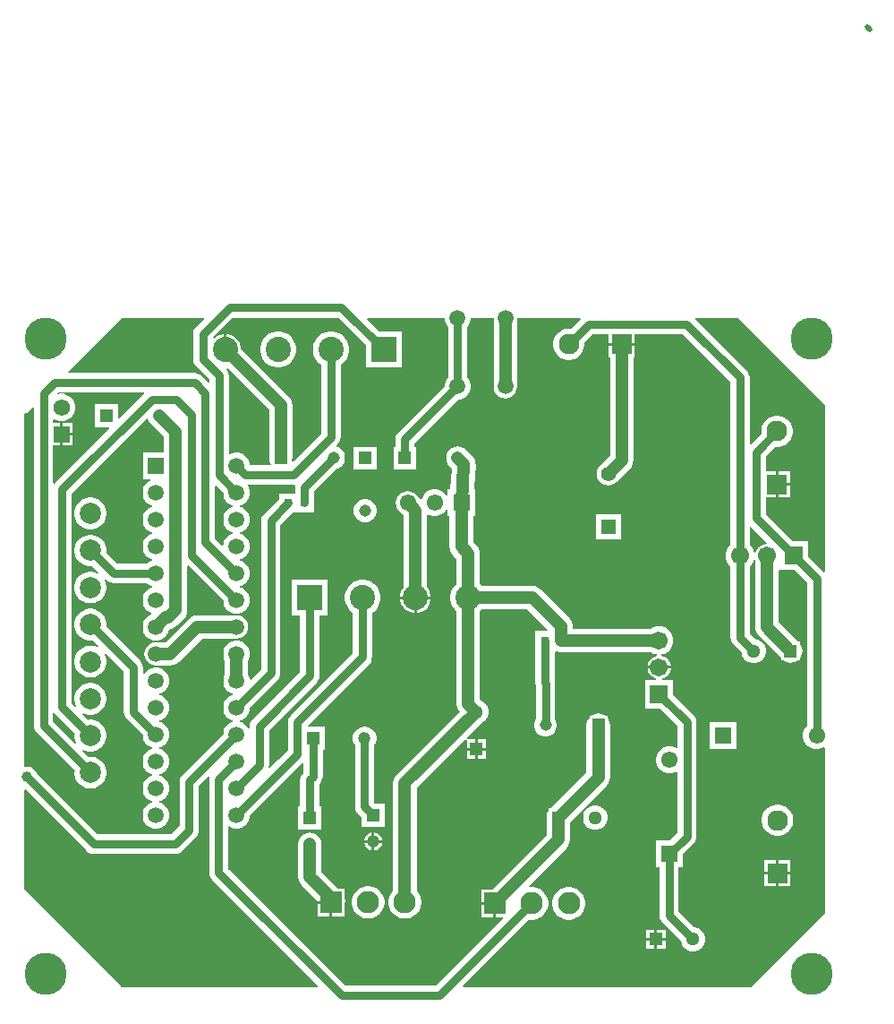
<source format=gtl>
G04*
G04 #@! TF.GenerationSoftware,Altium Limited,Altium Designer,22.4.2 (48)*
G04*
G04 Layer_Physical_Order=1*
G04 Layer_Color=255*
%FSLAX23Y23*%
%MOIN*%
G70*
G04*
G04 #@! TF.SameCoordinates,3F3D87A5-55CA-4D91-88C0-6D81586DF976*
G04*
G04*
G04 #@! TF.FilePolarity,Positive*
G04*
G01*
G75*
%ADD17R,0.031X0.031*%
%ADD18R,0.045X0.045*%
%ADD19C,0.045*%
%ADD20R,0.051X0.051*%
%ADD21C,0.051*%
%ADD22R,0.061X0.061*%
%ADD23C,0.061*%
%ADD30R,0.051X0.051*%
%ADD33R,0.061X0.061*%
%ADD40R,0.055X0.055*%
%ADD41C,0.055*%
%ADD44R,0.045X0.045*%
%ADD46R,0.062X0.062*%
%ADD47C,0.062*%
%ADD48C,0.047*%
%ADD49R,0.047X0.047*%
%ADD52C,0.047*%
%ADD53C,0.031*%
%ADD54C,0.020*%
%ADD55C,0.094*%
%ADD56R,0.094X0.094*%
%ADD57C,0.059*%
%ADD58R,0.059X0.059*%
%ADD59C,0.083*%
%ADD60R,0.083X0.083*%
%ADD61R,0.047X0.047*%
%ADD62R,0.077X0.077*%
%ADD63C,0.077*%
%ADD64C,0.067*%
%ADD65R,0.067X0.067*%
%ADD66R,0.067X0.067*%
%ADD67R,0.077X0.077*%
%ADD68C,0.079*%
%ADD69C,0.157*%
%ADD70C,0.039*%
G36*
X788Y2633D02*
X758Y2603D01*
X752Y2596D01*
X748Y2587D01*
X747Y2578D01*
Y2484D01*
X748Y2475D01*
X752Y2467D01*
X758Y2459D01*
X807Y2410D01*
Y2400D01*
X803Y2398D01*
X778Y2422D01*
X771Y2428D01*
X762Y2431D01*
X753Y2433D01*
X284D01*
X282Y2437D01*
X482Y2638D01*
X786D01*
X788Y2633D01*
D02*
G37*
G36*
X2189D02*
X2153Y2597D01*
X2151Y2597D01*
X2140D01*
X2129Y2595D01*
X2118Y2591D01*
X2109Y2584D01*
X2101Y2576D01*
X2094Y2567D01*
X2090Y2556D01*
X2088Y2545D01*
Y2534D01*
X2090Y2522D01*
X2094Y2512D01*
X2101Y2502D01*
X2109Y2494D01*
X2118Y2488D01*
X2129Y2484D01*
X2140Y2481D01*
X2151D01*
X2163Y2484D01*
X2173Y2488D01*
X2183Y2494D01*
X2191Y2502D01*
X2197Y2512D01*
X2202Y2522D01*
X2204Y2534D01*
Y2545D01*
X2203Y2547D01*
X2235Y2578D01*
X2294D01*
Y2544D01*
X2343D01*
X2391D01*
Y2578D01*
X2570D01*
X2748Y2400D01*
Y1791D01*
X2741Y1785D01*
X2734Y1772D01*
X2731Y1759D01*
Y1745D01*
X2734Y1731D01*
X2741Y1719D01*
X2748Y1713D01*
Y1448D01*
X2749Y1439D01*
X2753Y1431D01*
X2759Y1423D01*
X2789Y1392D01*
Y1392D01*
X2792Y1380D01*
X2798Y1370D01*
X2807Y1361D01*
X2817Y1355D01*
X2829Y1352D01*
X2841D01*
X2852Y1355D01*
X2862Y1361D01*
X2871Y1370D01*
X2877Y1380D01*
X2880Y1392D01*
Y1404D01*
X2877Y1415D01*
X2871Y1425D01*
X2862Y1434D01*
X2852Y1440D01*
X2841Y1443D01*
X2840D01*
X2820Y1463D01*
Y1713D01*
X2826Y1719D01*
X2833Y1731D01*
X2835Y1738D01*
X2840Y1737D01*
Y1486D01*
X2842Y1475D01*
X2846Y1464D01*
X2853Y1455D01*
X2937Y1371D01*
Y1362D01*
X2948D01*
X2951Y1360D01*
X2961Y1355D01*
X2972Y1354D01*
X2984Y1355D01*
X2994Y1360D01*
X2997Y1362D01*
X3008D01*
Y1373D01*
X3010Y1376D01*
X3015Y1386D01*
X3016Y1398D01*
X3015Y1409D01*
X3010Y1419D01*
X3008Y1422D01*
Y1433D01*
X2999D01*
X2928Y1504D01*
Y1695D01*
X2931Y1699D01*
X2986D01*
X3033Y1653D01*
Y1118D01*
X3028Y1113D01*
X3022Y1102D01*
X3018Y1089D01*
Y1076D01*
X3022Y1063D01*
X3028Y1052D01*
X3038Y1043D01*
X3049Y1036D01*
X3062Y1032D01*
X3075D01*
X3088Y1036D01*
X3095Y1040D01*
X3100Y1037D01*
Y423D01*
X2825Y148D01*
X1754D01*
X1752Y152D01*
X1998Y398D01*
X2002Y398D01*
X2014D01*
X2026Y400D01*
X2037Y405D01*
X2047Y411D01*
X2055Y420D01*
X2062Y430D01*
X2067Y441D01*
X2069Y453D01*
Y465D01*
X2067Y476D01*
X2062Y488D01*
X2055Y498D01*
X2047Y506D01*
X2037Y513D01*
X2026Y517D01*
X2014Y520D01*
X2002D01*
X1999Y519D01*
X1997Y524D01*
X2137Y664D01*
X2144Y673D01*
X2148Y684D01*
X2150Y695D01*
Y759D01*
X2287Y896D01*
X2294Y905D01*
X2298Y916D01*
X2300Y927D01*
Y1122D01*
X2298Y1133D01*
X2294Y1144D01*
X2289Y1151D01*
Y1155D01*
X2285D01*
X2278Y1160D01*
X2267Y1164D01*
X2256Y1166D01*
X2245Y1164D01*
X2234Y1160D01*
X2227Y1155D01*
X2223D01*
Y1151D01*
X2218Y1144D01*
X2214Y1133D01*
X2212Y1122D01*
Y945D01*
X2080Y813D01*
X2071D01*
Y802D01*
X2068Y799D01*
X2064Y789D01*
X2063Y778D01*
Y713D01*
X1860Y510D01*
X1819D01*
Y464D01*
X1870D01*
Y459D01*
X1875D01*
Y407D01*
X1899D01*
X1901Y403D01*
X1650Y152D01*
X1314D01*
X878Y588D01*
Y743D01*
X882Y745D01*
X889Y741D01*
X901Y738D01*
X914D01*
X927Y741D01*
X938Y748D01*
X947Y757D01*
X954Y768D01*
X957Y781D01*
Y786D01*
X1153Y982D01*
X1158Y980D01*
Y946D01*
X1156Y944D01*
X1150Y937D01*
X1147Y928D01*
X1145Y919D01*
Y821D01*
X1138D01*
Y734D01*
X1224D01*
Y821D01*
X1217D01*
Y904D01*
X1219Y906D01*
X1224Y913D01*
X1228Y922D01*
X1229Y931D01*
X1229Y931D01*
Y1030D01*
X1237D01*
Y1116D01*
X1176D01*
X1174Y1121D01*
X1403Y1350D01*
X1409Y1358D01*
X1412Y1366D01*
X1414Y1376D01*
X1414Y1376D01*
Y1540D01*
X1421Y1544D01*
X1430Y1554D01*
X1437Y1565D01*
X1442Y1577D01*
X1445Y1590D01*
Y1603D01*
X1442Y1616D01*
X1437Y1628D01*
X1430Y1639D01*
X1421Y1648D01*
X1410Y1656D01*
X1397Y1661D01*
X1385Y1663D01*
X1371D01*
X1358Y1661D01*
X1346Y1656D01*
X1335Y1648D01*
X1326Y1639D01*
X1319Y1628D01*
X1314Y1616D01*
X1311Y1603D01*
Y1590D01*
X1314Y1577D01*
X1319Y1565D01*
X1326Y1554D01*
X1335Y1544D01*
X1342Y1540D01*
Y1390D01*
X1109Y1157D01*
X1103Y1150D01*
X1100Y1141D01*
X1099Y1132D01*
Y1028D01*
X1032Y962D01*
X1028Y964D01*
X1029Y972D01*
X1029Y972D01*
Y1102D01*
X1206Y1279D01*
X1212Y1287D01*
X1216Y1295D01*
X1217Y1305D01*
Y1530D01*
X1248D01*
Y1663D01*
X1114D01*
Y1530D01*
X1145D01*
Y1319D01*
X968Y1142D01*
X962Y1134D01*
X958Y1126D01*
X957Y1116D01*
Y1110D01*
X952Y1109D01*
X947Y1117D01*
X938Y1126D01*
X927Y1133D01*
X921Y1134D01*
Y1140D01*
X927Y1141D01*
X938Y1148D01*
X947Y1157D01*
X954Y1168D01*
X957Y1181D01*
Y1186D01*
X1061Y1290D01*
X1067Y1297D01*
X1070Y1306D01*
X1072Y1315D01*
Y1868D01*
X1117Y1913D01*
X1159D01*
X1161Y1913D01*
X1164Y1913D01*
X1197D01*
Y1946D01*
X1197Y1949D01*
Y1993D01*
X1279Y2075D01*
X1286Y2077D01*
X1296Y2082D01*
X1304Y2090D01*
X1309Y2100D01*
X1312Y2111D01*
Y2122D01*
X1309Y2132D01*
X1304Y2142D01*
X1296Y2150D01*
X1286Y2156D01*
X1281Y2157D01*
X1279Y2162D01*
X1285Y2168D01*
X1291Y2175D01*
X1294Y2184D01*
X1296Y2193D01*
Y2463D01*
X1303Y2468D01*
X1312Y2477D01*
X1319Y2488D01*
X1324Y2500D01*
X1327Y2513D01*
Y2526D01*
X1324Y2539D01*
X1319Y2551D01*
X1312Y2562D01*
X1303Y2572D01*
X1292Y2579D01*
X1279Y2584D01*
X1266Y2587D01*
X1253D01*
X1240Y2584D01*
X1228Y2579D01*
X1217Y2572D01*
X1208Y2562D01*
X1201Y2551D01*
X1195Y2539D01*
X1193Y2526D01*
Y2513D01*
X1195Y2500D01*
X1201Y2488D01*
X1208Y2477D01*
X1217Y2468D01*
X1224Y2463D01*
Y2208D01*
X1120Y2103D01*
X1118Y2104D01*
X1115Y2106D01*
X1117Y2116D01*
Y2313D01*
X1115Y2324D01*
X1111Y2335D01*
X1104Y2344D01*
X923Y2524D01*
Y2527D01*
X919Y2542D01*
X912Y2555D01*
X901Y2565D01*
X888Y2573D01*
X874Y2577D01*
X871D01*
Y2520D01*
X861D01*
Y2577D01*
X859D01*
X844Y2573D01*
X831Y2565D01*
X826Y2561D01*
X821Y2562D01*
X820Y2565D01*
X893Y2638D01*
X1288D01*
X1390Y2536D01*
Y2453D01*
X1524D01*
Y2587D01*
X1440D01*
X1394Y2633D01*
X1396Y2638D01*
X1683D01*
Y2631D01*
X1686Y2619D01*
X1693Y2608D01*
X1697Y2604D01*
Y2416D01*
X1693Y2412D01*
X1686Y2401D01*
X1683Y2388D01*
Y2383D01*
X1510Y2210D01*
X1504Y2203D01*
X1501Y2194D01*
X1500Y2185D01*
Y2158D01*
X1493D01*
Y2074D01*
X1578D01*
Y2158D01*
X1571D01*
Y2170D01*
X1734Y2333D01*
X1739D01*
X1751Y2336D01*
X1763Y2343D01*
X1772Y2352D01*
X1778Y2363D01*
X1781Y2375D01*
Y2388D01*
X1778Y2401D01*
X1772Y2412D01*
X1768Y2416D01*
Y2604D01*
X1772Y2608D01*
X1778Y2619D01*
X1781Y2631D01*
Y2638D01*
X1866D01*
X1866Y2638D01*
Y2382D01*
X1867Y2371D01*
X1872Y2360D01*
X1879Y2351D01*
X1888Y2344D01*
X1898Y2340D01*
X1909Y2338D01*
X1921Y2340D01*
X1931Y2344D01*
X1940Y2351D01*
X1947Y2360D01*
X1952Y2371D01*
X1953Y2382D01*
Y2638D01*
X1953Y2638D01*
X2187D01*
X2189Y2633D01*
D02*
G37*
G36*
X153Y2302D02*
Y1120D01*
X154Y1111D01*
X158Y1102D01*
X164Y1095D01*
X306Y953D01*
X305Y951D01*
Y939D01*
X307Y928D01*
X312Y917D01*
X318Y907D01*
X327Y899D01*
X336Y893D01*
X347Y888D01*
X358Y886D01*
X370D01*
X381Y888D01*
X392Y893D01*
X402Y899D01*
X410Y907D01*
X417Y917D01*
X421Y928D01*
X423Y939D01*
Y951D01*
X421Y962D01*
X417Y973D01*
X410Y983D01*
X402Y991D01*
X392Y997D01*
X381Y1002D01*
X370Y1004D01*
X358D01*
X356Y1003D01*
X333Y1026D01*
X336Y1030D01*
X347Y1026D01*
X358Y1024D01*
X370D01*
X381Y1026D01*
X392Y1030D01*
X402Y1037D01*
X410Y1045D01*
X417Y1055D01*
X421Y1065D01*
X423Y1077D01*
Y1088D01*
X421Y1100D01*
X417Y1111D01*
X410Y1120D01*
X402Y1129D01*
X392Y1135D01*
X381Y1139D01*
X370Y1142D01*
X358D01*
X356Y1141D01*
X333Y1164D01*
X336Y1168D01*
X347Y1164D01*
X358Y1161D01*
X370D01*
X381Y1164D01*
X392Y1168D01*
X402Y1175D01*
X410Y1183D01*
X417Y1192D01*
X421Y1203D01*
X423Y1215D01*
Y1226D01*
X421Y1238D01*
X417Y1248D01*
X410Y1258D01*
X402Y1266D01*
X392Y1273D01*
X381Y1277D01*
X370Y1280D01*
X358D01*
X347Y1277D01*
X336Y1273D01*
X327Y1266D01*
X318Y1258D01*
X312Y1248D01*
X307Y1238D01*
X305Y1226D01*
Y1215D01*
X307Y1203D01*
X312Y1192D01*
X308Y1190D01*
X294Y1204D01*
Y1984D01*
X573Y2264D01*
X578Y2262D01*
X582Y2252D01*
X589Y2243D01*
X637Y2195D01*
Y2136D01*
X559D01*
Y2038D01*
X588D01*
X589Y2033D01*
X578Y2026D01*
X568Y2017D01*
X562Y2006D01*
X559Y1993D01*
Y1981D01*
X562Y1968D01*
X568Y1957D01*
X578Y1948D01*
X589Y1941D01*
X595Y1940D01*
Y1934D01*
X589Y1933D01*
X578Y1926D01*
X568Y1917D01*
X562Y1906D01*
X559Y1893D01*
Y1881D01*
X562Y1868D01*
X568Y1857D01*
X578Y1848D01*
X589Y1841D01*
X595Y1840D01*
Y1834D01*
X589Y1833D01*
X578Y1826D01*
X568Y1817D01*
X562Y1806D01*
X559Y1793D01*
Y1781D01*
X562Y1768D01*
X568Y1757D01*
X578Y1748D01*
X589Y1741D01*
X595Y1740D01*
Y1734D01*
X589Y1733D01*
X578Y1726D01*
X574Y1723D01*
X464D01*
X423Y1764D01*
X423Y1766D01*
Y1777D01*
X421Y1789D01*
X417Y1800D01*
X410Y1809D01*
X402Y1818D01*
X392Y1824D01*
X381Y1828D01*
X370Y1831D01*
X358D01*
X347Y1828D01*
X336Y1824D01*
X327Y1818D01*
X318Y1809D01*
X312Y1800D01*
X307Y1789D01*
X305Y1777D01*
Y1766D01*
X307Y1754D01*
X312Y1744D01*
X318Y1734D01*
X327Y1726D01*
X336Y1719D01*
X347Y1715D01*
X358Y1713D01*
X370D01*
X372Y1713D01*
X395Y1690D01*
X392Y1686D01*
X381Y1691D01*
X370Y1693D01*
X358D01*
X347Y1691D01*
X336Y1686D01*
X327Y1680D01*
X318Y1672D01*
X312Y1662D01*
X307Y1651D01*
X305Y1640D01*
Y1628D01*
X307Y1617D01*
X312Y1606D01*
X318Y1596D01*
X327Y1588D01*
X336Y1582D01*
X347Y1577D01*
X358Y1575D01*
X370D01*
X381Y1577D01*
X392Y1582D01*
X402Y1588D01*
X410Y1596D01*
X417Y1606D01*
X421Y1617D01*
X423Y1628D01*
Y1640D01*
X421Y1651D01*
X417Y1662D01*
X421Y1665D01*
X424Y1662D01*
X431Y1656D01*
X440Y1652D01*
X449Y1651D01*
X574D01*
X578Y1648D01*
X589Y1641D01*
X595Y1640D01*
Y1634D01*
X589Y1633D01*
X578Y1626D01*
X568Y1617D01*
X562Y1606D01*
X559Y1593D01*
Y1581D01*
X562Y1568D01*
X568Y1557D01*
X578Y1548D01*
X589Y1541D01*
X589Y1541D01*
X591Y1535D01*
X590Y1533D01*
X589Y1533D01*
X578Y1526D01*
X568Y1517D01*
X562Y1506D01*
X559Y1493D01*
Y1481D01*
X562Y1468D01*
X568Y1457D01*
X578Y1448D01*
X589Y1441D01*
X601Y1438D01*
X614D01*
X627Y1441D01*
X638Y1448D01*
X647Y1457D01*
X654Y1468D01*
X655Y1472D01*
X663Y1480D01*
X666Y1481D01*
X677Y1485D01*
X686Y1492D01*
X712Y1518D01*
X719Y1527D01*
X723Y1538D01*
X725Y1549D01*
Y1713D01*
X729Y1715D01*
X859Y1586D01*
Y1581D01*
X862Y1568D01*
X868Y1557D01*
X878Y1548D01*
X889Y1541D01*
X901Y1538D01*
X914D01*
X927Y1541D01*
X938Y1548D01*
X947Y1557D01*
X954Y1568D01*
X957Y1581D01*
Y1593D01*
X954Y1606D01*
X947Y1617D01*
X938Y1626D01*
X927Y1633D01*
X921Y1634D01*
Y1640D01*
X927Y1641D01*
X938Y1648D01*
X947Y1657D01*
X954Y1668D01*
X957Y1681D01*
Y1693D01*
X954Y1706D01*
X947Y1717D01*
X938Y1726D01*
X927Y1733D01*
X921Y1734D01*
Y1740D01*
X927Y1741D01*
X938Y1748D01*
X947Y1757D01*
X954Y1768D01*
X957Y1781D01*
Y1793D01*
X954Y1806D01*
X947Y1817D01*
X938Y1826D01*
X927Y1833D01*
X921Y1834D01*
Y1840D01*
X927Y1841D01*
X938Y1848D01*
X947Y1857D01*
X954Y1868D01*
X957Y1881D01*
Y1893D01*
X954Y1906D01*
X947Y1917D01*
X938Y1926D01*
X927Y1933D01*
X921Y1934D01*
Y1940D01*
X927Y1941D01*
X938Y1948D01*
X947Y1957D01*
X954Y1968D01*
X957Y1981D01*
Y1993D01*
X954Y2006D01*
X950Y2013D01*
X952Y2017D01*
X1120D01*
X1122Y2017D01*
X1126Y2013D01*
X1126Y2008D01*
Y1984D01*
X1105D01*
X1102Y1985D01*
X1100Y1984D01*
X1067D01*
Y1964D01*
X1011Y1908D01*
X1005Y1900D01*
X1001Y1892D01*
X1000Y1882D01*
Y1330D01*
X962Y1291D01*
X959Y1292D01*
X957Y1294D01*
X954Y1306D01*
X952Y1310D01*
Y1364D01*
X954Y1368D01*
X957Y1381D01*
Y1393D01*
X954Y1406D01*
X947Y1417D01*
X938Y1426D01*
X927Y1433D01*
X914Y1436D01*
X901D01*
X889Y1433D01*
X878Y1426D01*
X868Y1417D01*
X862Y1406D01*
X859Y1393D01*
Y1381D01*
X862Y1368D01*
X864Y1364D01*
Y1310D01*
X862Y1306D01*
X859Y1293D01*
Y1281D01*
X862Y1268D01*
X868Y1257D01*
X878Y1248D01*
X889Y1241D01*
X895Y1240D01*
Y1234D01*
X889Y1233D01*
X878Y1226D01*
X868Y1217D01*
X862Y1206D01*
X859Y1193D01*
Y1181D01*
X862Y1168D01*
X868Y1157D01*
X878Y1148D01*
X889Y1141D01*
X895Y1140D01*
Y1134D01*
X889Y1133D01*
X878Y1126D01*
X868Y1117D01*
X862Y1106D01*
X859Y1093D01*
Y1088D01*
X707Y936D01*
X701Y929D01*
X697Y920D01*
X696Y911D01*
Y746D01*
X665Y715D01*
X391D01*
X163Y942D01*
X163Y944D01*
X157Y953D01*
X150Y960D01*
X141Y966D01*
X131Y968D01*
X121D01*
X118Y970D01*
Y2280D01*
X122Y2283D01*
X128Y2283D01*
X149Y2304D01*
X153Y2302D01*
D02*
G37*
G36*
X565Y2356D02*
X470Y2262D01*
X466Y2264D01*
Y2316D01*
X381D01*
Y2231D01*
X433D01*
X435Y2227D01*
X233Y2024D01*
X230Y2020D01*
X225Y2022D01*
Y2163D01*
X251D01*
Y2204D01*
Y2245D01*
X225D01*
Y2258D01*
X230Y2261D01*
X236Y2257D01*
X249Y2253D01*
X263D01*
X275Y2257D01*
X287Y2263D01*
X296Y2273D01*
X303Y2284D01*
X306Y2297D01*
Y2311D01*
X303Y2323D01*
X296Y2335D01*
X287Y2344D01*
X275Y2351D01*
X263Y2355D01*
X249D01*
X244Y2353D01*
X241Y2357D01*
X245Y2361D01*
X563D01*
X565Y2356D01*
D02*
G37*
G36*
X3100Y2313D02*
Y1692D01*
X3095Y1690D01*
X3094Y1693D01*
X3037Y1749D01*
Y1805D01*
X2981D01*
X2879Y1908D01*
Y1969D01*
X2916D01*
Y2018D01*
Y2066D01*
X2879D01*
Y2121D01*
X2914Y2157D01*
X2916Y2156D01*
X2927D01*
X2938Y2159D01*
X2949Y2163D01*
X2958Y2169D01*
X2966Y2178D01*
X2973Y2187D01*
X2977Y2198D01*
X2979Y2209D01*
Y2220D01*
X2977Y2232D01*
X2973Y2242D01*
X2966Y2252D01*
X2958Y2260D01*
X2949Y2266D01*
X2938Y2270D01*
X2927Y2273D01*
X2916D01*
X2904Y2270D01*
X2894Y2266D01*
X2884Y2260D01*
X2876Y2252D01*
X2870Y2242D01*
X2865Y2232D01*
X2863Y2220D01*
Y2209D01*
X2863Y2207D01*
X2824Y2168D01*
X2820Y2170D01*
Y2415D01*
X2818Y2424D01*
X2815Y2433D01*
X2809Y2440D01*
X2616Y2633D01*
X2618Y2638D01*
X2776D01*
X3100Y2313D01*
D02*
G37*
G36*
X1029Y2295D02*
Y2116D01*
X1031Y2105D01*
X1035Y2094D01*
X1036Y2093D01*
X1034Y2089D01*
X957D01*
Y2093D01*
X954Y2106D01*
X947Y2117D01*
X938Y2126D01*
X927Y2133D01*
X914Y2136D01*
X901D01*
X889Y2133D01*
X883Y2129D01*
X879Y2132D01*
Y2424D01*
X879Y2424D01*
X877Y2434D01*
X874Y2442D01*
X871Y2446D01*
X875Y2449D01*
X1029Y2295D01*
D02*
G37*
G36*
X859Y1986D02*
Y1981D01*
X862Y1968D01*
X868Y1957D01*
X878Y1948D01*
X889Y1941D01*
X895Y1940D01*
Y1934D01*
X889Y1933D01*
X878Y1926D01*
X868Y1917D01*
X862Y1906D01*
X859Y1893D01*
Y1881D01*
X862Y1868D01*
X868Y1857D01*
X878Y1848D01*
X889Y1841D01*
X895Y1840D01*
Y1834D01*
X889Y1833D01*
X878Y1826D01*
X868Y1817D01*
X862Y1806D01*
X859Y1794D01*
X856Y1792D01*
X854Y1791D01*
X827Y1818D01*
Y2010D01*
X832Y2012D01*
X859Y1986D01*
D02*
G37*
G36*
X2885Y1801D02*
X2884Y1798D01*
X2883Y1795D01*
X2882Y1795D01*
X2878D01*
X2874Y1794D01*
X2873Y1794D01*
X2871Y1794D01*
X2867Y1792D01*
X2864Y1790D01*
X2862Y1790D01*
X2861Y1789D01*
X2857Y1787D01*
X2854Y1784D01*
X2853Y1783D01*
X2852Y1782D01*
X2849Y1779D01*
X2847Y1775D01*
X2846Y1774D01*
X2845Y1772D01*
X2843Y1769D01*
X2842Y1765D01*
X2842Y1763D01*
X2841Y1762D01*
X2836Y1762D01*
X2833Y1772D01*
X2826Y1785D01*
X2820Y1791D01*
Y1859D01*
X2824Y1861D01*
X2885Y1801D01*
D02*
G37*
G36*
X233Y1164D02*
X306Y1091D01*
X305Y1088D01*
Y1077D01*
X307Y1065D01*
X312Y1055D01*
X308Y1052D01*
X225Y1135D01*
Y1166D01*
X230Y1168D01*
X233Y1164D01*
D02*
G37*
G36*
X807Y929D02*
X806Y921D01*
Y573D01*
X807Y564D01*
X811Y555D01*
X817Y548D01*
X1212Y152D01*
X1210Y148D01*
X482D01*
X118Y512D01*
Y880D01*
X123Y882D01*
X351Y654D01*
X358Y648D01*
X367Y644D01*
X376Y643D01*
X680D01*
X689Y644D01*
X698Y648D01*
X705Y654D01*
X757Y706D01*
X763Y713D01*
X766Y722D01*
X768Y731D01*
Y896D01*
X803Y931D01*
X807Y929D01*
D02*
G37*
%LPC*%
G36*
X1070Y2587D02*
X1056D01*
X1043Y2584D01*
X1031Y2579D01*
X1020Y2572D01*
X1011Y2562D01*
X1004Y2551D01*
X999Y2539D01*
X996Y2526D01*
Y2513D01*
X999Y2500D01*
X1004Y2488D01*
X1011Y2477D01*
X1020Y2468D01*
X1031Y2460D01*
X1043Y2455D01*
X1056Y2453D01*
X1070D01*
X1083Y2455D01*
X1095Y2460D01*
X1106Y2468D01*
X1115Y2477D01*
X1122Y2488D01*
X1127Y2500D01*
X1130Y2513D01*
Y2526D01*
X1127Y2539D01*
X1122Y2551D01*
X1115Y2562D01*
X1106Y2572D01*
X1095Y2579D01*
X1083Y2584D01*
X1070Y2587D01*
D02*
G37*
G36*
X1430Y2158D02*
X1345D01*
Y2074D01*
X1430D01*
Y2158D01*
D02*
G37*
G36*
X2391Y2534D02*
X2343D01*
X2294D01*
Y2491D01*
X2299D01*
Y2124D01*
X2262Y2088D01*
X2255Y2079D01*
X2251Y2068D01*
X2250Y2057D01*
X2251Y2046D01*
X2255Y2035D01*
X2262Y2026D01*
X2271Y2019D01*
X2282Y2015D01*
X2293Y2013D01*
X2305Y2015D01*
X2315Y2019D01*
X2324Y2026D01*
X2373Y2075D01*
X2380Y2084D01*
X2385Y2095D01*
X2386Y2106D01*
Y2491D01*
X2391D01*
Y2534D01*
D02*
G37*
G36*
X1732Y2160D02*
X1721Y2158D01*
X1710Y2154D01*
X1701Y2147D01*
X1694Y2138D01*
X1690Y2127D01*
X1689Y2116D01*
X1690Y2105D01*
X1694Y2094D01*
X1701Y2085D01*
X1710Y2076D01*
X1705Y1999D01*
X1695D01*
Y1973D01*
X1690Y1972D01*
X1686Y1980D01*
X1676Y1989D01*
X1665Y1996D01*
X1652Y1999D01*
X1639D01*
X1626Y1996D01*
X1615Y1989D01*
X1606Y1980D01*
X1599Y1968D01*
X1598Y1964D01*
X1593Y1963D01*
X1577Y1980D01*
X1568Y1987D01*
X1557Y1991D01*
X1546Y1992D01*
X1534Y1991D01*
X1524Y1987D01*
X1515Y1980D01*
X1508Y1971D01*
X1503Y1960D01*
X1502Y1949D01*
X1503Y1938D01*
X1508Y1927D01*
X1515Y1918D01*
X1531Y1902D01*
Y1634D01*
X1529Y1632D01*
X1521Y1619D01*
X1518Y1604D01*
Y1601D01*
X1632D01*
Y1604D01*
X1628Y1619D01*
X1621Y1632D01*
X1618Y1634D01*
Y1902D01*
X1623Y1904D01*
X1626Y1902D01*
X1639Y1899D01*
X1652D01*
X1665Y1902D01*
X1676Y1909D01*
X1686Y1918D01*
X1690Y1926D01*
X1695Y1925D01*
Y1899D01*
X1702D01*
Y1785D01*
X1703Y1774D01*
X1708Y1763D01*
X1715Y1754D01*
X1728Y1741D01*
Y1647D01*
X1720Y1639D01*
X1712Y1628D01*
X1707Y1616D01*
X1705Y1603D01*
Y1590D01*
X1707Y1577D01*
X1712Y1565D01*
X1720Y1554D01*
X1728Y1545D01*
Y1201D01*
X1729Y1189D01*
X1734Y1179D01*
X1740Y1171D01*
X1505Y936D01*
X1498Y927D01*
X1493Y917D01*
X1492Y906D01*
Y505D01*
X1488Y501D01*
X1481Y492D01*
X1477Y480D01*
X1474Y469D01*
Y457D01*
X1477Y445D01*
X1481Y434D01*
X1488Y424D01*
X1497Y415D01*
X1507Y409D01*
X1518Y404D01*
X1529Y402D01*
X1541D01*
X1553Y404D01*
X1564Y409D01*
X1574Y415D01*
X1583Y424D01*
X1590Y434D01*
X1594Y445D01*
X1596Y457D01*
Y469D01*
X1594Y480D01*
X1590Y492D01*
X1583Y501D01*
X1579Y505D01*
Y887D01*
X1761Y1069D01*
X1766Y1067D01*
X1766Y1065D01*
Y1038D01*
X1796D01*
Y1069D01*
X1770D01*
X1768Y1069D01*
X1766Y1074D01*
X1824Y1132D01*
X1829Y1135D01*
X1837Y1143D01*
X1843Y1154D01*
X1846Y1165D01*
Y1177D01*
X1843Y1189D01*
X1837Y1199D01*
X1829Y1207D01*
X1824Y1211D01*
X1815Y1219D01*
Y1545D01*
X1823Y1553D01*
X1992D01*
X2068Y1477D01*
X2066Y1472D01*
X2059D01*
X2057Y1473D01*
X2055Y1472D01*
X2022D01*
Y1439D01*
X2021Y1437D01*
Y1280D01*
X2023Y1271D01*
X2023Y1269D01*
Y1145D01*
X2020Y1138D01*
X2017Y1128D01*
Y1116D01*
X2020Y1106D01*
X2025Y1096D01*
X2033Y1088D01*
X2043Y1083D01*
X2053Y1080D01*
X2065D01*
X2075Y1083D01*
X2085Y1088D01*
X2093Y1096D01*
X2098Y1106D01*
X2101Y1116D01*
Y1128D01*
X2098Y1138D01*
X2095Y1145D01*
Y1278D01*
X2095Y1278D01*
X2094Y1287D01*
X2093Y1289D01*
Y1394D01*
X2098Y1398D01*
X2105Y1395D01*
X2105Y1395D01*
X2105Y1395D01*
X2110Y1394D01*
X2116Y1393D01*
X2116Y1393D01*
X2116Y1393D01*
X2452D01*
X2462Y1387D01*
X2473Y1385D01*
Y1379D01*
X2466Y1378D01*
X2456Y1372D01*
X2448Y1364D01*
X2442Y1354D01*
X2439Y1343D01*
Y1342D01*
X2482D01*
X2526D01*
Y1343D01*
X2523Y1354D01*
X2517Y1364D01*
X2509Y1372D01*
X2499Y1378D01*
X2492Y1379D01*
Y1385D01*
X2503Y1387D01*
X2515Y1394D01*
X2525Y1404D01*
X2532Y1416D01*
X2535Y1430D01*
Y1444D01*
X2532Y1458D01*
X2525Y1470D01*
X2515Y1480D01*
X2503Y1487D01*
X2489Y1490D01*
X2475D01*
X2462Y1487D01*
X2452Y1481D01*
X2163D01*
X2160Y1484D01*
X2160Y1491D01*
X2160Y1491D01*
X2160Y1491D01*
X2159Y1495D01*
X2158Y1502D01*
X2158Y1502D01*
X2158Y1502D01*
X2156Y1508D01*
X2154Y1513D01*
X2154Y1513D01*
X2154Y1513D01*
X2150Y1517D01*
X2147Y1522D01*
X2147Y1522D01*
X2147Y1522D01*
X2041Y1627D01*
X2032Y1634D01*
X2022Y1639D01*
X2010Y1640D01*
X1823D01*
X1815Y1647D01*
Y1759D01*
X1814Y1770D01*
X1809Y1781D01*
X1803Y1790D01*
X1789Y1803D01*
Y1899D01*
X1796D01*
Y1999D01*
X1796D01*
X1793Y2002D01*
X1799Y2090D01*
X1799Y2092D01*
X1799Y2093D01*
X1798Y2097D01*
X1798Y2102D01*
X1798Y2103D01*
X1797Y2104D01*
X1796Y2108D01*
X1794Y2112D01*
X1794Y2114D01*
X1793Y2115D01*
X1791Y2118D01*
X1788Y2122D01*
X1787Y2123D01*
X1786Y2124D01*
X1763Y2147D01*
X1754Y2154D01*
X1744Y2158D01*
X1732Y2160D01*
D02*
G37*
G36*
X1393Y1962D02*
X1382D01*
X1371Y1959D01*
X1362Y1953D01*
X1354Y1945D01*
X1348Y1936D01*
X1345Y1925D01*
Y1914D01*
X1348Y1903D01*
X1354Y1893D01*
X1362Y1885D01*
X1371Y1880D01*
X1382Y1877D01*
X1393D01*
X1404Y1880D01*
X1414Y1885D01*
X1422Y1893D01*
X1427Y1903D01*
X1430Y1914D01*
Y1925D01*
X1427Y1936D01*
X1422Y1945D01*
X1414Y1953D01*
X1404Y1959D01*
X1393Y1962D01*
D02*
G37*
G36*
X2341Y1907D02*
X2246D01*
Y1813D01*
X2341D01*
Y1907D01*
D02*
G37*
G36*
X1632Y1591D02*
X1580D01*
Y1539D01*
X1582D01*
X1597Y1543D01*
X1610Y1551D01*
X1621Y1561D01*
X1628Y1574D01*
X1632Y1589D01*
Y1591D01*
D02*
G37*
G36*
X1570D02*
X1518D01*
Y1589D01*
X1521Y1574D01*
X1529Y1561D01*
X1540Y1551D01*
X1553Y1543D01*
X1567Y1539D01*
X1570D01*
Y1591D01*
D02*
G37*
G36*
X1806Y1069D02*
Y1038D01*
X1837D01*
Y1069D01*
X1806D01*
D02*
G37*
G36*
X2526Y1332D02*
X2482D01*
X2439D01*
Y1331D01*
X2442Y1320D01*
X2448Y1310D01*
X2456Y1302D01*
X2466Y1297D01*
X2471Y1295D01*
X2470Y1290D01*
X2429D01*
Y1184D01*
X2485D01*
X2550Y1119D01*
Y1037D01*
X2546Y1035D01*
X2539Y1039D01*
X2526Y1042D01*
X2513D01*
X2500Y1039D01*
X2489Y1032D01*
X2480Y1023D01*
X2473Y1011D01*
X2469Y998D01*
Y985D01*
X2473Y972D01*
X2480Y961D01*
X2489Y952D01*
X2500Y945D01*
X2513Y942D01*
X2526D01*
X2539Y945D01*
X2546Y949D01*
X2550Y946D01*
Y723D01*
X2519Y692D01*
X2469D01*
Y592D01*
X2484D01*
Y413D01*
X2485Y404D01*
X2489Y396D01*
X2494Y388D01*
X2563Y320D01*
Y319D01*
X2566Y307D01*
X2572Y297D01*
X2580Y289D01*
X2591Y283D01*
X2602Y280D01*
X2614D01*
X2626Y283D01*
X2636Y289D01*
X2644Y297D01*
X2650Y307D01*
X2654Y319D01*
Y331D01*
X2650Y342D01*
X2644Y353D01*
X2636Y361D01*
X2626Y367D01*
X2614Y370D01*
X2614D01*
X2555Y428D01*
Y592D01*
X2570D01*
Y642D01*
X2611Y683D01*
X2611Y683D01*
X2617Y690D01*
X2620Y699D01*
X2622Y708D01*
Y1133D01*
X2622Y1133D01*
X2620Y1143D01*
X2617Y1151D01*
X2611Y1159D01*
X2535Y1234D01*
Y1290D01*
X2495D01*
X2494Y1295D01*
X2499Y1297D01*
X2509Y1302D01*
X2517Y1310D01*
X2523Y1320D01*
X2526Y1331D01*
Y1332D01*
D02*
G37*
G36*
X2769Y1133D02*
X2669D01*
Y1032D01*
X2769D01*
Y1133D01*
D02*
G37*
G36*
X1837Y1028D02*
X1806D01*
Y998D01*
X1837D01*
Y1028D01*
D02*
G37*
G36*
X1796D02*
X1766D01*
Y998D01*
X1796D01*
Y1028D01*
D02*
G37*
G36*
X1391Y1116D02*
X1380D01*
X1369Y1113D01*
X1359Y1107D01*
X1351Y1099D01*
X1345Y1090D01*
X1342Y1079D01*
Y1067D01*
X1345Y1056D01*
X1350Y1048D01*
Y819D01*
X1351Y810D01*
X1354Y801D01*
X1360Y794D01*
X1374Y780D01*
Y744D01*
X1461D01*
Y831D01*
X1425D01*
X1421Y834D01*
Y1048D01*
X1426Y1056D01*
X1429Y1067D01*
Y1079D01*
X1426Y1090D01*
X1420Y1099D01*
X1412Y1107D01*
X1402Y1113D01*
X1391Y1116D01*
D02*
G37*
G36*
X2250Y823D02*
X2238D01*
X2227Y820D01*
X2216Y814D01*
X2208Y805D01*
X2202Y795D01*
X2199Y784D01*
Y772D01*
X2202Y760D01*
X2208Y750D01*
X2216Y741D01*
X2227Y735D01*
X2238Y732D01*
X2250D01*
X2262Y735D01*
X2272Y741D01*
X2280Y750D01*
X2286Y760D01*
X2289Y772D01*
Y784D01*
X2286Y795D01*
X2280Y805D01*
X2272Y814D01*
X2262Y820D01*
X2250Y823D01*
D02*
G37*
G36*
X2929Y826D02*
X2918D01*
X2906Y824D01*
X2896Y819D01*
X2886Y813D01*
X2878Y805D01*
X2872Y795D01*
X2867Y785D01*
X2865Y773D01*
Y762D01*
X2867Y751D01*
X2872Y740D01*
X2878Y731D01*
X2886Y723D01*
X2896Y716D01*
X2906Y712D01*
X2918Y710D01*
X2929D01*
X2940Y712D01*
X2951Y716D01*
X2960Y723D01*
X2968Y731D01*
X2975Y740D01*
X2979Y751D01*
X2981Y762D01*
Y773D01*
X2979Y785D01*
X2975Y795D01*
X2968Y805D01*
X2960Y813D01*
X2951Y819D01*
X2940Y824D01*
X2929Y826D01*
D02*
G37*
G36*
X1422Y722D02*
Y694D01*
X1451D01*
X1449Y702D01*
X1444Y710D01*
X1438Y716D01*
X1430Y720D01*
X1422Y722D01*
D02*
G37*
G36*
X1412D02*
X1404Y720D01*
X1397Y716D01*
X1390Y710D01*
X1386Y702D01*
X1384Y694D01*
X1412D01*
Y722D01*
D02*
G37*
G36*
X1451Y684D02*
X1422D01*
Y656D01*
X1430Y658D01*
X1438Y662D01*
X1444Y668D01*
X1449Y676D01*
X1451Y684D01*
D02*
G37*
G36*
X1412D02*
X1384D01*
X1386Y676D01*
X1390Y668D01*
X1397Y662D01*
X1404Y658D01*
X1412Y656D01*
Y684D01*
D02*
G37*
G36*
X2972Y619D02*
X2928D01*
Y576D01*
X2972D01*
Y619D01*
D02*
G37*
G36*
X2918D02*
X2875D01*
Y576D01*
X2918D01*
Y619D01*
D02*
G37*
G36*
X2972Y566D02*
X2928D01*
Y522D01*
X2972D01*
Y566D01*
D02*
G37*
G36*
X2918D02*
X2875D01*
Y522D01*
X2918D01*
Y566D01*
D02*
G37*
G36*
X1181Y723D02*
X1170Y721D01*
X1159Y717D01*
X1150Y710D01*
X1143Y701D01*
X1139Y690D01*
X1137Y679D01*
Y557D01*
X1139Y546D01*
X1143Y535D01*
X1150Y526D01*
X1209Y468D01*
Y468D01*
X1260D01*
Y463D01*
X1265D01*
Y411D01*
X1311D01*
Y456D01*
X1312Y457D01*
X1313Y469D01*
X1312Y480D01*
X1311Y481D01*
Y514D01*
X1286D01*
X1225Y575D01*
Y679D01*
X1223Y690D01*
X1219Y701D01*
X1212Y710D01*
X1203Y717D01*
X1192Y721D01*
X1181Y723D01*
D02*
G37*
G36*
X1255Y458D02*
X1209D01*
Y411D01*
X1255D01*
Y458D01*
D02*
G37*
G36*
X1865Y454D02*
X1819D01*
Y407D01*
X1865D01*
Y454D01*
D02*
G37*
G36*
X1404Y524D02*
X1392D01*
X1380Y521D01*
X1369Y517D01*
X1359Y510D01*
X1350Y501D01*
X1344Y492D01*
X1339Y480D01*
X1337Y469D01*
Y457D01*
X1339Y445D01*
X1344Y434D01*
X1350Y424D01*
X1359Y415D01*
X1369Y409D01*
X1380Y404D01*
X1392Y402D01*
X1404D01*
X1415Y404D01*
X1427Y409D01*
X1437Y415D01*
X1445Y424D01*
X1452Y434D01*
X1456Y445D01*
X1459Y457D01*
Y469D01*
X1456Y480D01*
X1452Y492D01*
X1445Y501D01*
X1437Y510D01*
X1427Y517D01*
X1415Y521D01*
X1404Y524D01*
D02*
G37*
G36*
X2152Y520D02*
X2140D01*
X2128Y517D01*
X2117Y513D01*
X2107Y506D01*
X2098Y498D01*
X2092Y488D01*
X2087Y476D01*
X2085Y465D01*
Y453D01*
X2087Y441D01*
X2092Y430D01*
X2098Y420D01*
X2107Y411D01*
X2117Y405D01*
X2128Y400D01*
X2140Y398D01*
X2152D01*
X2163Y400D01*
X2175Y405D01*
X2185Y411D01*
X2193Y420D01*
X2200Y430D01*
X2204Y441D01*
X2207Y453D01*
Y465D01*
X2204Y476D01*
X2200Y488D01*
X2193Y498D01*
X2185Y506D01*
X2175Y513D01*
X2163Y517D01*
X2152Y520D01*
D02*
G37*
G36*
X2506Y360D02*
X2475D01*
Y330D01*
X2506D01*
Y360D01*
D02*
G37*
G36*
X2465D02*
X2435D01*
Y330D01*
X2465D01*
Y360D01*
D02*
G37*
G36*
X2506Y320D02*
X2475D01*
Y289D01*
X2506D01*
Y320D01*
D02*
G37*
G36*
X2465D02*
X2435D01*
Y289D01*
X2465D01*
Y320D01*
D02*
G37*
G36*
X370Y1969D02*
X358D01*
X347Y1966D01*
X336Y1962D01*
X327Y1955D01*
X318Y1947D01*
X312Y1937D01*
X307Y1927D01*
X305Y1915D01*
Y1904D01*
X307Y1892D01*
X312Y1881D01*
X318Y1872D01*
X327Y1864D01*
X336Y1857D01*
X347Y1853D01*
X358Y1850D01*
X370D01*
X381Y1853D01*
X392Y1857D01*
X402Y1864D01*
X410Y1872D01*
X417Y1881D01*
X421Y1892D01*
X423Y1904D01*
Y1915D01*
X421Y1927D01*
X417Y1937D01*
X410Y1947D01*
X402Y1955D01*
X392Y1962D01*
X381Y1966D01*
X370Y1969D01*
D02*
G37*
G36*
Y1555D02*
X358D01*
X347Y1553D01*
X336Y1548D01*
X327Y1542D01*
X318Y1534D01*
X312Y1524D01*
X307Y1513D01*
X305Y1502D01*
Y1490D01*
X307Y1479D01*
X312Y1468D01*
X318Y1458D01*
X327Y1450D01*
X336Y1444D01*
X347Y1439D01*
X358Y1437D01*
X370D01*
X372Y1437D01*
X395Y1415D01*
X392Y1411D01*
X381Y1415D01*
X370Y1417D01*
X358D01*
X347Y1415D01*
X336Y1411D01*
X327Y1404D01*
X318Y1396D01*
X312Y1386D01*
X307Y1375D01*
X305Y1364D01*
Y1352D01*
X307Y1341D01*
X312Y1330D01*
X318Y1321D01*
X327Y1312D01*
X336Y1306D01*
X347Y1301D01*
X358Y1299D01*
X370D01*
X381Y1301D01*
X392Y1306D01*
X402Y1312D01*
X410Y1321D01*
X417Y1330D01*
X421Y1341D01*
X423Y1352D01*
Y1364D01*
X421Y1375D01*
X417Y1386D01*
X421Y1389D01*
X488Y1322D01*
Y1171D01*
X489Y1162D01*
X493Y1153D01*
X499Y1146D01*
X559Y1086D01*
Y1081D01*
X562Y1068D01*
X568Y1057D01*
X578Y1048D01*
X589Y1041D01*
X595Y1040D01*
Y1034D01*
X589Y1033D01*
X578Y1026D01*
X568Y1017D01*
X562Y1006D01*
X559Y993D01*
Y981D01*
X562Y968D01*
X568Y957D01*
X578Y948D01*
X589Y941D01*
X595Y940D01*
Y934D01*
X589Y933D01*
X578Y926D01*
X568Y917D01*
X562Y906D01*
X559Y893D01*
Y881D01*
X562Y868D01*
X568Y857D01*
X578Y848D01*
X589Y841D01*
X595Y840D01*
Y834D01*
X589Y833D01*
X578Y826D01*
X568Y817D01*
X562Y806D01*
X559Y793D01*
Y781D01*
X562Y768D01*
X568Y757D01*
X578Y748D01*
X589Y741D01*
X601Y738D01*
X614D01*
X627Y741D01*
X638Y748D01*
X647Y757D01*
X654Y768D01*
X657Y781D01*
Y793D01*
X654Y806D01*
X647Y817D01*
X638Y826D01*
X627Y833D01*
X621Y834D01*
Y840D01*
X627Y841D01*
X638Y848D01*
X647Y857D01*
X654Y868D01*
X657Y881D01*
Y893D01*
X654Y906D01*
X647Y917D01*
X638Y926D01*
X627Y933D01*
X621Y934D01*
Y940D01*
X627Y941D01*
X638Y948D01*
X647Y957D01*
X654Y968D01*
X657Y981D01*
Y993D01*
X654Y1006D01*
X647Y1017D01*
X638Y1026D01*
X627Y1033D01*
X621Y1034D01*
Y1040D01*
X627Y1041D01*
X638Y1048D01*
X647Y1057D01*
X654Y1068D01*
X657Y1081D01*
Y1093D01*
X654Y1106D01*
X647Y1117D01*
X638Y1126D01*
X627Y1133D01*
X621Y1134D01*
Y1140D01*
X627Y1141D01*
X638Y1148D01*
X647Y1157D01*
X654Y1168D01*
X657Y1181D01*
Y1193D01*
X654Y1206D01*
X647Y1217D01*
X638Y1226D01*
X627Y1233D01*
X621Y1234D01*
Y1240D01*
X627Y1241D01*
X638Y1248D01*
X647Y1257D01*
X654Y1268D01*
X657Y1281D01*
Y1293D01*
X654Y1306D01*
X647Y1317D01*
X638Y1326D01*
X627Y1333D01*
X614Y1336D01*
X601D01*
X589Y1333D01*
X578Y1326D01*
X568Y1317D01*
X565Y1311D01*
X560Y1312D01*
Y1336D01*
X558Y1346D01*
X555Y1354D01*
X549Y1362D01*
X423Y1488D01*
X423Y1490D01*
Y1502D01*
X421Y1513D01*
X417Y1524D01*
X410Y1534D01*
X402Y1542D01*
X392Y1548D01*
X381Y1553D01*
X370Y1555D01*
D02*
G37*
G36*
X908Y1531D02*
X762D01*
X751Y1529D01*
X740Y1525D01*
X731Y1518D01*
X644Y1431D01*
X608D01*
X597Y1429D01*
X586Y1425D01*
X577Y1418D01*
X570Y1409D01*
X566Y1398D01*
X564Y1387D01*
X566Y1376D01*
X570Y1365D01*
X577Y1356D01*
X586Y1349D01*
X597Y1345D01*
X608Y1343D01*
X662D01*
X673Y1345D01*
X684Y1349D01*
X693Y1356D01*
X780Y1443D01*
X908D01*
X919Y1445D01*
X930Y1449D01*
X939Y1456D01*
X946Y1465D01*
X950Y1476D01*
X952Y1487D01*
X950Y1498D01*
X946Y1509D01*
X939Y1518D01*
X930Y1525D01*
X919Y1529D01*
X908Y1531D01*
D02*
G37*
G36*
X297Y2245D02*
X261D01*
Y2209D01*
X297D01*
Y2245D01*
D02*
G37*
G36*
Y2199D02*
X261D01*
Y2163D01*
X297D01*
Y2199D01*
D02*
G37*
G36*
X2970Y2066D02*
X2926D01*
Y2023D01*
X2970D01*
Y2066D01*
D02*
G37*
G36*
Y2013D02*
X2926D01*
Y1969D01*
X2970D01*
Y2013D01*
D02*
G37*
%LPD*%
D17*
X1161Y1949D02*
D03*
X1102D02*
D03*
X2057Y1437D02*
D03*
X2116D02*
D03*
D18*
X2256Y1122D02*
D03*
X1073Y2116D02*
D03*
X1535D02*
D03*
X423Y2274D02*
D03*
D19*
X2059Y1122D02*
D03*
X1270Y2116D02*
D03*
X1732D02*
D03*
X1388Y1919D02*
D03*
X620Y2274D02*
D03*
D20*
X2470Y325D02*
D03*
X2106Y778D02*
D03*
X2972Y1398D02*
D03*
D21*
X2608Y325D02*
D03*
X2244Y778D02*
D03*
X1801Y1171D02*
D03*
X2835Y1398D02*
D03*
D22*
X2719Y1083D02*
D03*
X1746Y1949D02*
D03*
D23*
X3069Y1083D02*
D03*
X2520Y992D02*
D03*
X1646Y1949D02*
D03*
X1546D02*
D03*
D30*
X1801Y1033D02*
D03*
D33*
X2520Y642D02*
D03*
D40*
X2293Y1860D02*
D03*
D41*
Y2057D02*
D03*
D44*
X1388Y2116D02*
D03*
D46*
X256Y2204D02*
D03*
D47*
Y2304D02*
D03*
D48*
X1385Y1073D02*
D03*
X1417Y689D02*
D03*
X1181Y679D02*
D03*
D49*
X1417Y787D02*
D03*
X1181Y778D02*
D03*
D52*
X1535Y463D02*
Y906D01*
X1801Y1171D01*
X2116Y1437D02*
X2116Y1491D01*
X2010Y1596D02*
X2116Y1491D01*
X1772Y1596D02*
X2010D01*
X608Y1487D02*
X644Y1523D01*
X655D01*
X681Y1549D01*
Y2213D01*
X620Y2274D02*
X681Y2213D01*
X1181Y557D02*
Y679D01*
Y557D02*
X1270Y469D01*
X1870Y459D02*
X2106Y695D01*
Y778D01*
X2256Y927D01*
Y1122D01*
X1575Y1596D02*
Y1920D01*
X1546Y1949D02*
X1575Y1920D01*
X762Y1487D02*
X908D01*
X662Y1387D02*
X762Y1487D01*
X608Y1387D02*
X662D01*
X2884Y1486D02*
X2972Y1398D01*
X2884Y1486D02*
Y1752D01*
X1073Y2116D02*
Y2313D01*
X866Y2520D02*
X1073Y2313D01*
X2293Y2057D02*
X2343Y2106D01*
Y2539D01*
X1909Y2382D02*
Y2638D01*
X908Y1287D02*
Y1387D01*
X1772Y1201D02*
X1801Y1171D01*
X1772Y1201D02*
Y1596D01*
Y1759D01*
X1746Y1785D02*
X1772Y1759D01*
X1746Y1785D02*
Y1949D01*
X2116Y1437D02*
X2482D01*
X1746Y1949D02*
X1755Y2093D01*
X1732Y2116D02*
X1755Y2093D01*
D53*
X524Y1171D02*
X608Y1087D01*
X524Y1171D02*
Y1336D01*
X364Y1496D02*
X524Y1336D01*
X741Y1754D02*
X908Y1587D01*
X741Y1754D02*
Y2278D01*
X685Y2334D02*
X741Y2278D01*
X593Y2334D02*
X685D01*
X258Y1999D02*
X593Y2334D01*
X258Y1189D02*
Y1999D01*
Y1189D02*
X364Y1083D01*
X449Y1687D02*
X608D01*
X364Y1772D02*
X449Y1687D01*
X792Y1803D02*
X908Y1687D01*
X792Y1803D02*
Y2358D01*
X753Y2397D02*
X792Y2358D01*
X230Y2397D02*
X753D01*
X189Y2356D02*
X230Y2397D01*
X189Y1120D02*
Y2356D01*
Y1120D02*
X364Y945D01*
X1193Y931D02*
Y1073D01*
X1181Y919D02*
X1193Y931D01*
X1181Y778D02*
Y919D01*
X1385Y819D02*
Y1073D01*
Y819D02*
X1417Y787D01*
X2520Y413D02*
Y642D01*
Y413D02*
X2608Y325D01*
X2520Y642D02*
X2586Y708D01*
Y1133D01*
X2482Y1237D02*
X2586Y1133D01*
X3069Y1083D02*
Y1667D01*
X2984Y1752D02*
X3069Y1667D01*
X2843Y1893D02*
X2984Y1752D01*
X2843Y1893D02*
Y2136D01*
X2921Y2215D01*
X2146Y2539D02*
X2220Y2614D01*
X2585D01*
X2784Y2415D01*
Y1752D02*
Y2415D01*
Y1448D02*
Y1752D01*
Y1448D02*
X2835Y1398D01*
X126Y929D02*
X376Y679D01*
X680D01*
X732Y731D01*
Y911D01*
X908Y1087D01*
X2059Y1122D02*
Y1278D01*
X2057Y1280D02*
X2059Y1278D01*
X2057Y1280D02*
Y1437D01*
X1161Y1949D02*
Y2008D01*
X1270Y2116D01*
X908Y1187D02*
X1036Y1315D01*
Y1882D01*
X1102Y1949D01*
X843Y2052D02*
X908Y1987D01*
X843Y2052D02*
Y2424D01*
X783Y2484D02*
X843Y2424D01*
X783Y2484D02*
Y2578D01*
X883Y2678D01*
X1298D01*
X1457Y2520D01*
X908Y2087D02*
X942Y2053D01*
X1120D01*
X1260Y2193D01*
Y2520D01*
X908Y887D02*
X993Y972D01*
Y1116D01*
X1181Y1305D01*
Y1596D01*
X908Y787D02*
X1134Y1013D01*
Y1132D01*
X1378Y1376D01*
Y1596D01*
X842Y921D02*
X908Y987D01*
X842Y573D02*
Y921D01*
Y573D02*
X1299Y116D01*
X1665D01*
X2008Y459D01*
X1535Y2116D02*
Y2185D01*
X1732Y2382D01*
Y2638D01*
D54*
X3258Y3720D02*
X3268Y3711D01*
D55*
X1772Y1596D02*
D03*
X1575D02*
D03*
X1378D02*
D03*
X866Y2520D02*
D03*
X1063D02*
D03*
X1260D02*
D03*
D56*
X1181Y1596D02*
D03*
X1457Y2520D02*
D03*
D57*
X908Y787D02*
D03*
Y887D02*
D03*
Y987D02*
D03*
Y1087D02*
D03*
Y1187D02*
D03*
Y1287D02*
D03*
Y1387D02*
D03*
Y1487D02*
D03*
Y1587D02*
D03*
Y1687D02*
D03*
Y1787D02*
D03*
Y1887D02*
D03*
Y1987D02*
D03*
Y2087D02*
D03*
X608Y787D02*
D03*
Y887D02*
D03*
Y987D02*
D03*
Y1087D02*
D03*
Y1187D02*
D03*
Y1287D02*
D03*
Y1387D02*
D03*
Y1487D02*
D03*
Y1587D02*
D03*
Y1687D02*
D03*
Y1787D02*
D03*
Y1887D02*
D03*
Y1987D02*
D03*
X1909Y2638D02*
D03*
X1732D02*
D03*
X1909Y2382D02*
D03*
X1732D02*
D03*
D58*
X608Y2087D02*
D03*
D59*
X2146Y459D02*
D03*
X2008D02*
D03*
X1398Y463D02*
D03*
X1535D02*
D03*
D60*
X1870Y459D02*
D03*
X1260Y463D02*
D03*
D61*
X1193Y1073D02*
D03*
D62*
X2923Y571D02*
D03*
X2921Y2018D02*
D03*
D63*
X2923Y768D02*
D03*
X2921Y2215D02*
D03*
X2146Y2539D02*
D03*
D64*
X2784Y1752D02*
D03*
X2884D02*
D03*
X2482Y1337D02*
D03*
Y1437D02*
D03*
D65*
X2984Y1752D02*
D03*
D66*
X2482Y1237D02*
D03*
D67*
X2343Y2539D02*
D03*
D68*
X364Y1909D02*
D03*
Y1772D02*
D03*
Y1634D02*
D03*
Y1496D02*
D03*
Y1358D02*
D03*
Y1220D02*
D03*
Y1083D02*
D03*
Y945D02*
D03*
D69*
X197Y2559D02*
D03*
Y197D02*
D03*
X3051D02*
D03*
Y2559D02*
D03*
D70*
X126Y929D02*
D03*
M02*

</source>
